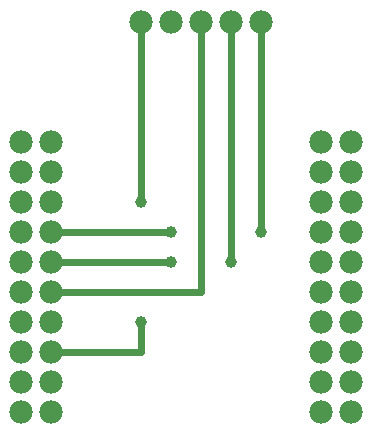
<source format=gtl>
G04 MADE WITH FRITZING*
G04 WWW.FRITZING.ORG*
G04 DOUBLE SIDED*
G04 HOLES PLATED*
G04 CONTOUR ON CENTER OF CONTOUR VECTOR*
%ASAXBY*%
%FSLAX23Y23*%
%MOIN*%
%OFA0B0*%
%SFA1.0B1.0*%
%ADD10C,0.078000*%
%ADD11C,0.039370*%
%ADD12C,0.024000*%
%LNCOPPER1*%
G90*
G70*
G54D10*
X518Y1412D03*
X618Y1412D03*
X718Y1412D03*
X818Y1412D03*
X918Y1412D03*
X118Y1012D03*
X118Y912D03*
X118Y812D03*
X118Y712D03*
X118Y612D03*
X118Y512D03*
X118Y412D03*
X118Y312D03*
X118Y212D03*
X118Y112D03*
X118Y1012D03*
X118Y912D03*
X118Y812D03*
X118Y712D03*
X118Y612D03*
X118Y512D03*
X118Y412D03*
X118Y312D03*
X118Y212D03*
X118Y112D03*
X218Y112D03*
X218Y212D03*
X218Y312D03*
X218Y412D03*
X218Y512D03*
X218Y612D03*
X218Y712D03*
X218Y812D03*
X218Y912D03*
X218Y1012D03*
X1118Y1012D03*
X1118Y912D03*
X1118Y812D03*
X1118Y712D03*
X1118Y612D03*
X1118Y512D03*
X1118Y412D03*
X1118Y312D03*
X1118Y212D03*
X1118Y112D03*
X1118Y1012D03*
X1118Y912D03*
X1118Y812D03*
X1118Y712D03*
X1118Y612D03*
X1118Y512D03*
X1118Y412D03*
X1118Y312D03*
X1118Y212D03*
X1118Y112D03*
X1218Y112D03*
X1218Y212D03*
X1218Y312D03*
X1218Y412D03*
X1218Y512D03*
X1218Y612D03*
X1218Y712D03*
X1218Y812D03*
X1218Y912D03*
X1218Y1012D03*
G54D11*
X618Y612D03*
X818Y612D03*
X618Y712D03*
X919Y712D03*
X518Y412D03*
X518Y812D03*
G54D12*
X718Y1393D02*
X718Y512D01*
D02*
X718Y512D02*
X237Y512D01*
D02*
X610Y612D02*
X237Y612D01*
D02*
X818Y1393D02*
X818Y620D01*
D02*
X610Y712D02*
X237Y712D01*
D02*
X918Y1393D02*
X919Y719D01*
D02*
X237Y312D02*
X519Y312D01*
D02*
X519Y312D02*
X518Y404D01*
D02*
X518Y820D02*
X518Y1393D01*
G04 End of Copper1*
M02*
</source>
